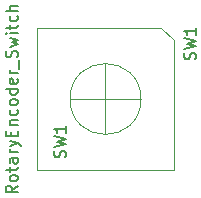
<source format=gbr>
%TF.GenerationSoftware,KiCad,Pcbnew,(6.0.5)*%
%TF.CreationDate,2022-07-21T21:28:31-06:00*%
%TF.ProjectId,kb_right,6b625f72-6967-4687-942e-6b696361645f,rev?*%
%TF.SameCoordinates,Original*%
%TF.FileFunction,AssemblyDrawing,Top*%
%FSLAX46Y46*%
G04 Gerber Fmt 4.6, Leading zero omitted, Abs format (unit mm)*
G04 Created by KiCad (PCBNEW (6.0.5)) date 2022-07-21 21:28:31*
%MOMM*%
%LPD*%
G01*
G04 APERTURE LIST*
%ADD10C,0.150000*%
%ADD11C,0.120000*%
G04 APERTURE END LIST*
D10*
%TO.C,SW1*%
X244142261Y-49020833D02*
X244189880Y-48877976D01*
X244189880Y-48639880D01*
X244142261Y-48544642D01*
X244094642Y-48497023D01*
X243999404Y-48449404D01*
X243904166Y-48449404D01*
X243808928Y-48497023D01*
X243761309Y-48544642D01*
X243713690Y-48639880D01*
X243666071Y-48830357D01*
X243618452Y-48925595D01*
X243570833Y-48973214D01*
X243475595Y-49020833D01*
X243380357Y-49020833D01*
X243285119Y-48973214D01*
X243237500Y-48925595D01*
X243189880Y-48830357D01*
X243189880Y-48592261D01*
X243237500Y-48449404D01*
X243189880Y-48116071D02*
X244189880Y-47877976D01*
X243475595Y-47687500D01*
X244189880Y-47497023D01*
X243189880Y-47258928D01*
X244189880Y-46354166D02*
X244189880Y-46925595D01*
X244189880Y-46639880D02*
X243189880Y-46639880D01*
X243332738Y-46735119D01*
X243427976Y-46830357D01*
X243475595Y-46925595D01*
X229089880Y-59720833D02*
X228613690Y-60054166D01*
X229089880Y-60292261D02*
X228089880Y-60292261D01*
X228089880Y-59911309D01*
X228137500Y-59816071D01*
X228185119Y-59768452D01*
X228280357Y-59720833D01*
X228423214Y-59720833D01*
X228518452Y-59768452D01*
X228566071Y-59816071D01*
X228613690Y-59911309D01*
X228613690Y-60292261D01*
X229089880Y-59149404D02*
X229042261Y-59244642D01*
X228994642Y-59292261D01*
X228899404Y-59339880D01*
X228613690Y-59339880D01*
X228518452Y-59292261D01*
X228470833Y-59244642D01*
X228423214Y-59149404D01*
X228423214Y-59006547D01*
X228470833Y-58911309D01*
X228518452Y-58863690D01*
X228613690Y-58816071D01*
X228899404Y-58816071D01*
X228994642Y-58863690D01*
X229042261Y-58911309D01*
X229089880Y-59006547D01*
X229089880Y-59149404D01*
X228423214Y-58530357D02*
X228423214Y-58149404D01*
X228089880Y-58387500D02*
X228947023Y-58387500D01*
X229042261Y-58339880D01*
X229089880Y-58244642D01*
X229089880Y-58149404D01*
X229089880Y-57387500D02*
X228566071Y-57387500D01*
X228470833Y-57435119D01*
X228423214Y-57530357D01*
X228423214Y-57720833D01*
X228470833Y-57816071D01*
X229042261Y-57387500D02*
X229089880Y-57482738D01*
X229089880Y-57720833D01*
X229042261Y-57816071D01*
X228947023Y-57863690D01*
X228851785Y-57863690D01*
X228756547Y-57816071D01*
X228708928Y-57720833D01*
X228708928Y-57482738D01*
X228661309Y-57387500D01*
X229089880Y-56911309D02*
X228423214Y-56911309D01*
X228613690Y-56911309D02*
X228518452Y-56863690D01*
X228470833Y-56816071D01*
X228423214Y-56720833D01*
X228423214Y-56625595D01*
X228423214Y-56387500D02*
X229089880Y-56149404D01*
X228423214Y-55911309D02*
X229089880Y-56149404D01*
X229327976Y-56244642D01*
X229375595Y-56292261D01*
X229423214Y-56387500D01*
X228566071Y-55530357D02*
X228566071Y-55197023D01*
X229089880Y-55054166D02*
X229089880Y-55530357D01*
X228089880Y-55530357D01*
X228089880Y-55054166D01*
X228423214Y-54625595D02*
X229089880Y-54625595D01*
X228518452Y-54625595D02*
X228470833Y-54577976D01*
X228423214Y-54482738D01*
X228423214Y-54339880D01*
X228470833Y-54244642D01*
X228566071Y-54197023D01*
X229089880Y-54197023D01*
X229042261Y-53292261D02*
X229089880Y-53387500D01*
X229089880Y-53577976D01*
X229042261Y-53673214D01*
X228994642Y-53720833D01*
X228899404Y-53768452D01*
X228613690Y-53768452D01*
X228518452Y-53720833D01*
X228470833Y-53673214D01*
X228423214Y-53577976D01*
X228423214Y-53387500D01*
X228470833Y-53292261D01*
X229089880Y-52720833D02*
X229042261Y-52816071D01*
X228994642Y-52863690D01*
X228899404Y-52911309D01*
X228613690Y-52911309D01*
X228518452Y-52863690D01*
X228470833Y-52816071D01*
X228423214Y-52720833D01*
X228423214Y-52577976D01*
X228470833Y-52482738D01*
X228518452Y-52435119D01*
X228613690Y-52387500D01*
X228899404Y-52387500D01*
X228994642Y-52435119D01*
X229042261Y-52482738D01*
X229089880Y-52577976D01*
X229089880Y-52720833D01*
X229089880Y-51530357D02*
X228089880Y-51530357D01*
X229042261Y-51530357D02*
X229089880Y-51625595D01*
X229089880Y-51816071D01*
X229042261Y-51911309D01*
X228994642Y-51958928D01*
X228899404Y-52006547D01*
X228613690Y-52006547D01*
X228518452Y-51958928D01*
X228470833Y-51911309D01*
X228423214Y-51816071D01*
X228423214Y-51625595D01*
X228470833Y-51530357D01*
X229042261Y-50673214D02*
X229089880Y-50768452D01*
X229089880Y-50958928D01*
X229042261Y-51054166D01*
X228947023Y-51101785D01*
X228566071Y-51101785D01*
X228470833Y-51054166D01*
X228423214Y-50958928D01*
X228423214Y-50768452D01*
X228470833Y-50673214D01*
X228566071Y-50625595D01*
X228661309Y-50625595D01*
X228756547Y-51101785D01*
X229089880Y-50197023D02*
X228423214Y-50197023D01*
X228613690Y-50197023D02*
X228518452Y-50149404D01*
X228470833Y-50101785D01*
X228423214Y-50006547D01*
X228423214Y-49911309D01*
X229185119Y-49816071D02*
X229185119Y-49054166D01*
X229042261Y-48863690D02*
X229089880Y-48720833D01*
X229089880Y-48482738D01*
X229042261Y-48387500D01*
X228994642Y-48339880D01*
X228899404Y-48292261D01*
X228804166Y-48292261D01*
X228708928Y-48339880D01*
X228661309Y-48387500D01*
X228613690Y-48482738D01*
X228566071Y-48673214D01*
X228518452Y-48768452D01*
X228470833Y-48816071D01*
X228375595Y-48863690D01*
X228280357Y-48863690D01*
X228185119Y-48816071D01*
X228137500Y-48768452D01*
X228089880Y-48673214D01*
X228089880Y-48435119D01*
X228137500Y-48292261D01*
X228423214Y-47958928D02*
X229089880Y-47768452D01*
X228613690Y-47577976D01*
X229089880Y-47387500D01*
X228423214Y-47197023D01*
X229089880Y-46816071D02*
X228423214Y-46816071D01*
X228089880Y-46816071D02*
X228137500Y-46863690D01*
X228185119Y-46816071D01*
X228137500Y-46768452D01*
X228089880Y-46816071D01*
X228185119Y-46816071D01*
X228423214Y-46482738D02*
X228423214Y-46101785D01*
X228089880Y-46339880D02*
X228947023Y-46339880D01*
X229042261Y-46292261D01*
X229089880Y-46197023D01*
X229089880Y-46101785D01*
X229042261Y-45339880D02*
X229089880Y-45435119D01*
X229089880Y-45625595D01*
X229042261Y-45720833D01*
X228994642Y-45768452D01*
X228899404Y-45816071D01*
X228613690Y-45816071D01*
X228518452Y-45768452D01*
X228470833Y-45720833D01*
X228423214Y-45625595D01*
X228423214Y-45435119D01*
X228470833Y-45339880D01*
X229089880Y-44911309D02*
X228089880Y-44911309D01*
X229089880Y-44482738D02*
X228566071Y-44482738D01*
X228470833Y-44530357D01*
X228423214Y-44625595D01*
X228423214Y-44768452D01*
X228470833Y-44863690D01*
X228518452Y-44911309D01*
X233142261Y-57320833D02*
X233189880Y-57177976D01*
X233189880Y-56939880D01*
X233142261Y-56844642D01*
X233094642Y-56797023D01*
X232999404Y-56749404D01*
X232904166Y-56749404D01*
X232808928Y-56797023D01*
X232761309Y-56844642D01*
X232713690Y-56939880D01*
X232666071Y-57130357D01*
X232618452Y-57225595D01*
X232570833Y-57273214D01*
X232475595Y-57320833D01*
X232380357Y-57320833D01*
X232285119Y-57273214D01*
X232237500Y-57225595D01*
X232189880Y-57130357D01*
X232189880Y-56892261D01*
X232237500Y-56749404D01*
X232189880Y-56416071D02*
X233189880Y-56177976D01*
X232475595Y-55987500D01*
X233189880Y-55797023D01*
X232189880Y-55558928D01*
X233189880Y-54654166D02*
X233189880Y-55225595D01*
X233189880Y-54939880D02*
X232189880Y-54939880D01*
X232332738Y-55035119D01*
X232427976Y-55130357D01*
X232475595Y-55225595D01*
D11*
X230737500Y-58387500D02*
X230737500Y-46387500D01*
X236537500Y-49387500D02*
X236537500Y-55387500D01*
X242337500Y-58387500D02*
X230737500Y-58387500D01*
X242337500Y-47387500D02*
X242337500Y-58387500D01*
X239537500Y-52387500D02*
X233537500Y-52387500D01*
X241237500Y-46387500D02*
X242337500Y-47387500D01*
X230737500Y-46387500D02*
X241237500Y-46387500D01*
X239537500Y-52387500D02*
G75*
G03*
X239537500Y-52387500I-3000000J0D01*
G01*
%TD*%
M02*

</source>
